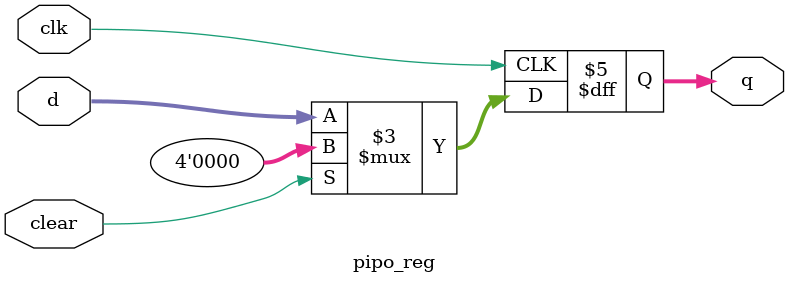
<source format=v>
`timescale 1ns / 1ps


module pipo_reg(clk,clear,d,q);

  input clk,clear;

  output reg [3:0]  q;
  input [3:0] d;


  always @(posedge clk )
    begin
      if (clear)
        q <= 4'b0000;
      else
        q <= d;
    end
endmodule
</source>
